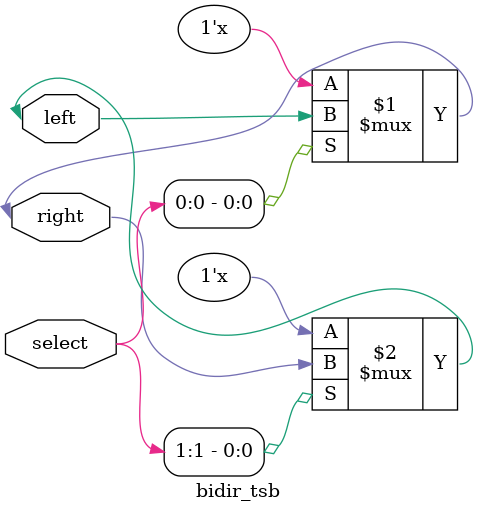
<source format=v>
module bidir_tsb(
	input [1:0] select,
	inout left, right
	);
	// tsb t1(select[0], left, right);
	// tsb t2(select[1], right, left);

	// out, in, control
	bufif1 b1(right, left, select[0]);
	bufif1 b2(left, right, select[1]);
endmodule


</source>
